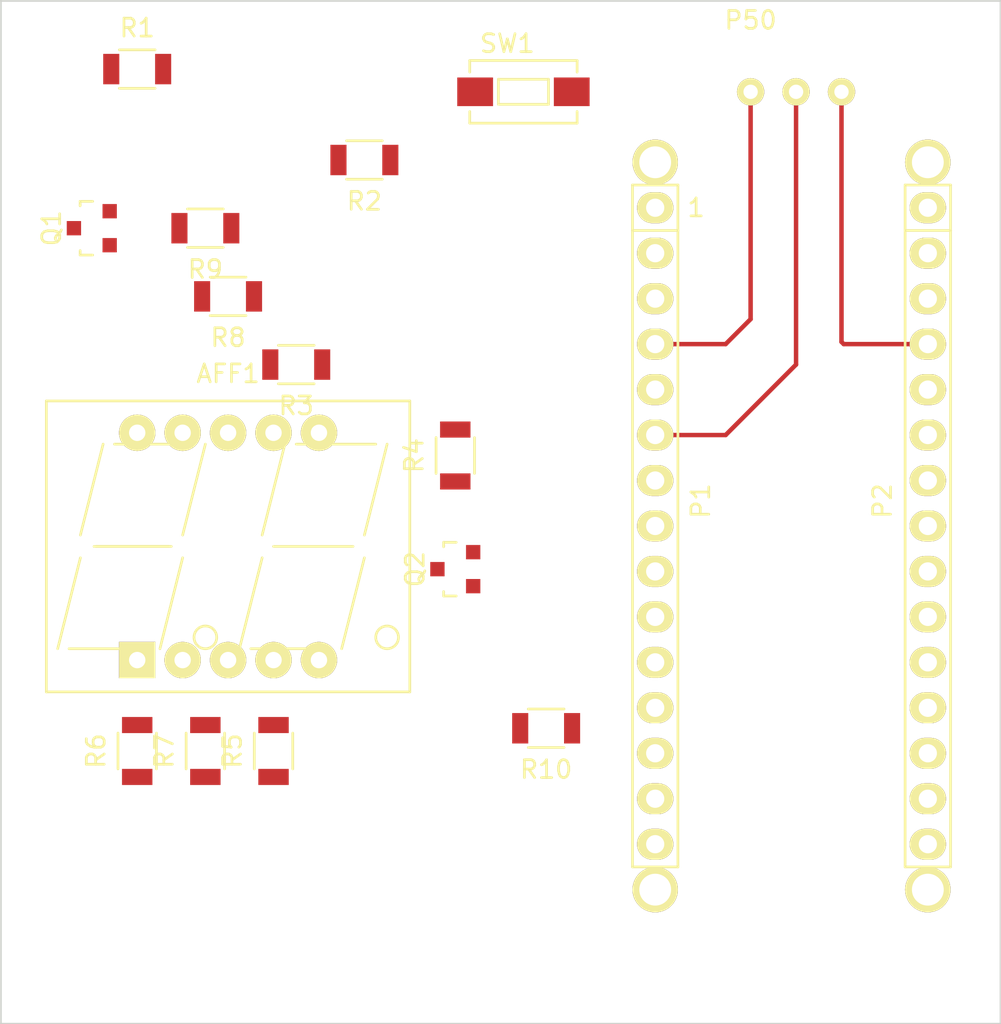
<source format=kicad_pcb>
(kicad_pcb (version 4) (host pcbnew 4.0.2-4+6225~38~ubuntu14.04.1-stable)

  (general
    (links 32)
    (no_connects 29)
    (area 102.819999 59.639999 158.800001 116.890001)
    (thickness 1.6)
    (drawings 21)
    (tracks 12)
    (zones 0)
    (modules 21)
    (nets 44)
  )

  (page A4)
  (title_block
    (date "jeu. 02 avril 2015")
  )

  (layers
    (0 F.Cu signal)
    (31 B.Cu signal)
    (32 B.Adhes user)
    (33 F.Adhes user)
    (34 B.Paste user)
    (35 F.Paste user)
    (36 B.SilkS user)
    (37 F.SilkS user)
    (38 B.Mask user)
    (39 F.Mask user)
    (40 Dwgs.User user)
    (41 Cmts.User user)
    (42 Eco1.User user)
    (43 Eco2.User user)
    (44 Edge.Cuts user)
    (45 Margin user)
    (46 B.CrtYd user)
    (47 F.CrtYd user)
    (48 B.Fab user)
    (49 F.Fab user)
  )

  (setup
    (last_trace_width 0.25)
    (trace_clearance 0.2)
    (zone_clearance 0.508)
    (zone_45_only yes)
    (trace_min 0.2)
    (segment_width 0.15)
    (edge_width 0.1)
    (via_size 0.6)
    (via_drill 0.4)
    (via_min_size 0.4)
    (via_min_drill 0.3)
    (uvia_size 0.3)
    (uvia_drill 0.1)
    (uvias_allowed no)
    (uvia_min_size 0.2)
    (uvia_min_drill 0.1)
    (pcb_text_width 0.3)
    (pcb_text_size 1.5 1.5)
    (mod_edge_width 0.15)
    (mod_text_size 1 1)
    (mod_text_width 0.15)
    (pad_size 1.5 1.5)
    (pad_drill 0.6)
    (pad_to_mask_clearance 0)
    (aux_axis_origin 138.176 110.617)
    (visible_elements FFFFEFFF)
    (pcbplotparams
      (layerselection 0x00030_80000001)
      (usegerberextensions false)
      (excludeedgelayer true)
      (linewidth 0.100000)
      (plotframeref false)
      (viasonmask false)
      (mode 1)
      (useauxorigin false)
      (hpglpennumber 1)
      (hpglpenspeed 20)
      (hpglpendiameter 15)
      (hpglpenoverlay 2)
      (psnegative false)
      (psa4output false)
      (plotreference true)
      (plotvalue true)
      (plotinvisibletext false)
      (padsonsilk false)
      (subtractmaskfromsilk false)
      (outputformat 1)
      (mirror false)
      (drillshape 0)
      (scaleselection 1)
      (outputdirectory /usr/local/workspace/schematics/Final/gerber/))
  )

  (net 0 "")
  (net 1 "/1(Tx)")
  (net 2 "/0(Rx)")
  (net 3 /Reset)
  (net 4 GND)
  (net 5 /2)
  (net 6 "/3(**)")
  (net 7 /4)
  (net 8 "/5(**)")
  (net 9 "/6(**)")
  (net 10 /7)
  (net 11 /8)
  (net 12 "/9(**)")
  (net 13 "/10(**/SS)")
  (net 14 "/11(**/MISO)")
  (net 15 "/12(MOSI)")
  (net 16 /Vin)
  (net 17 +5V)
  (net 18 /A7)
  (net 19 /A6)
  (net 20 /A5)
  (net 21 /A4)
  (net 22 /A3)
  (net 23 /A2)
  (net 24 /A1)
  (net 25 /A0)
  (net 26 /AREF)
  (net 27 "/13(SCK)")
  (net 28 "Net-(P4-Pad1)")
  (net 29 "Net-(P5-Pad1)")
  (net 30 "Net-(P6-Pad1)")
  (net 31 "Net-(AFF1-Pad1)")
  (net 32 "Net-(AFF1-Pad2)")
  (net 33 "Net-(AFF1-Pad3)")
  (net 34 "Net-(AFF1-Pad4)")
  (net 35 "Net-(AFF1-Pad9)")
  (net 36 "Net-(AFF1-Pad10)")
  (net 37 "Net-(AFF1-Pad5)")
  (net 38 "Net-(AFF1-Pad7)")
  (net 39 "Net-(AFF1-Pad6)")
  (net 40 "Net-(AFF1-Pad8)")
  (net 41 +3V3)
  (net 42 "Net-(Q1-Pad2)")
  (net 43 "Net-(Q2-Pad2)")

  (net_class Default "This is the default net class."
    (clearance 0.2)
    (trace_width 0.25)
    (via_dia 0.6)
    (via_drill 0.4)
    (uvia_dia 0.3)
    (uvia_drill 0.1)
    (add_net +3V3)
    (add_net +5V)
    (add_net "/0(Rx)")
    (add_net "/1(Tx)")
    (add_net "/10(**/SS)")
    (add_net "/11(**/MISO)")
    (add_net "/12(MOSI)")
    (add_net "/13(SCK)")
    (add_net /2)
    (add_net "/3(**)")
    (add_net /4)
    (add_net "/5(**)")
    (add_net "/6(**)")
    (add_net /7)
    (add_net /8)
    (add_net "/9(**)")
    (add_net /A0)
    (add_net /A1)
    (add_net /A2)
    (add_net /A3)
    (add_net /A4)
    (add_net /A5)
    (add_net /A6)
    (add_net /A7)
    (add_net /AREF)
    (add_net /Reset)
    (add_net /Vin)
    (add_net GND)
    (add_net "Net-(AFF1-Pad1)")
    (add_net "Net-(AFF1-Pad10)")
    (add_net "Net-(AFF1-Pad2)")
    (add_net "Net-(AFF1-Pad3)")
    (add_net "Net-(AFF1-Pad4)")
    (add_net "Net-(AFF1-Pad5)")
    (add_net "Net-(AFF1-Pad6)")
    (add_net "Net-(AFF1-Pad7)")
    (add_net "Net-(AFF1-Pad8)")
    (add_net "Net-(AFF1-Pad9)")
    (add_net "Net-(P4-Pad1)")
    (add_net "Net-(P5-Pad1)")
    (add_net "Net-(P6-Pad1)")
    (add_net "Net-(Q1-Pad2)")
    (add_net "Net-(Q2-Pad2)")
  )

  (module TO_SOT_Packages_THT:TO-92_Inline_Wide (layer F.Cu) (tedit 56DC3C94) (tstamp 56DCA0C6)
    (at 144.78 64.77)
    (descr "TO-92 leads in-line, wide, drill 0.8mm (see NXP sot054_po.pdf)")
    (tags "to-92 sc-43 sc-43a sot54 PA33 transistor")
    (path /56DC3C87)
    (fp_text reference P50 (at 0 -4 180) (layer F.SilkS)
      (effects (font (size 1 1) (thickness 0.15)))
    )
    (fp_text value REL_CONN (at 0 3) (layer F.Fab)
      (effects (font (size 1 1) (thickness 0.15)))
    )
    (fp_line (start -1 1.95) (end -1 -2.65) (layer F.CrtYd) (width 0.05))
    (fp_line (start -1 1.95) (end 6.1 1.95) (layer F.CrtYd) (width 0.05))
    (fp_line (start -1 -2.65) (end 6.1 -2.65) (layer F.CrtYd) (width 0.05))
    (fp_line (start 6.1 1.95) (end 6.1 -2.65) (layer F.CrtYd) (width 0.05))
    (pad 2 thru_hole circle (at 2.54 0 90) (size 1.524 1.524) (drill 0.8) (layers *.Cu *.Mask F.SilkS)
      (net 6 "/3(**)"))
    (pad 3 thru_hole circle (at 5.08 0 90) (size 1.524 1.524) (drill 0.8) (layers *.Cu *.Mask F.SilkS)
      (net 17 +5V))
    (pad 1 thru_hole circle (at 0 0 90) (size 1.524 1.524) (drill 0.8) (layers *.Cu *.Mask F.SilkS)
      (net 4 GND))
    (model TO_SOT_Packages_THT.3dshapes/TO-92_Inline_Wide.wrl
      (at (xyz 0.1 0 0))
      (scale (xyz 1 1 1))
      (rotate (xyz 0 0 -90))
    )
  )

  (module Socket_Arduino_Nano:Socket_Strip_Arduino_1x15 locked (layer F.Cu) (tedit 552169C6) (tstamp 551FC9D0)
    (at 139.446 71.247 270)
    (descr "Through hole socket strip")
    (tags "socket strip")
    (path /551D9496)
    (fp_text reference P1 (at 16.383 -2.54 270) (layer F.SilkS)
      (effects (font (size 1 1) (thickness 0.15)))
    )
    (fp_text value Digital (at 20.193 -2.54 270) (layer F.Fab)
      (effects (font (size 1 1) (thickness 0.15)))
    )
    (fp_line (start 1.27 -1.27) (end -1.27 -1.27) (layer F.SilkS) (width 0.15))
    (fp_line (start -1.27 -1.27) (end -1.27 1.27) (layer F.SilkS) (width 0.15))
    (fp_line (start -1.27 1.27) (end 1.27 1.27) (layer F.SilkS) (width 0.15))
    (fp_line (start -1.75 -1.75) (end -1.75 1.75) (layer F.CrtYd) (width 0.05))
    (fp_line (start 37.35 -1.75) (end 37.35 1.75) (layer F.CrtYd) (width 0.05))
    (fp_line (start -1.75 -1.75) (end 37.35 -1.75) (layer F.CrtYd) (width 0.05))
    (fp_line (start -1.75 1.75) (end 37.35 1.75) (layer F.CrtYd) (width 0.05))
    (fp_line (start 1.27 -1.27) (end 36.83 -1.27) (layer F.SilkS) (width 0.15))
    (fp_line (start 36.83 -1.27) (end 36.83 1.27) (layer F.SilkS) (width 0.15))
    (fp_line (start 36.83 1.27) (end 1.27 1.27) (layer F.SilkS) (width 0.15))
    (fp_line (start 1.27 1.27) (end 1.27 -1.27) (layer F.SilkS) (width 0.15))
    (pad 1 thru_hole oval (at 0 0 270) (size 1.7272 2.032) (drill 1.016) (layers *.Cu *.Mask F.SilkS)
      (net 1 "/1(Tx)"))
    (pad 2 thru_hole oval (at 2.54 0 270) (size 1.7272 2.032) (drill 1.016) (layers *.Cu *.Mask F.SilkS)
      (net 2 "/0(Rx)"))
    (pad 3 thru_hole oval (at 5.08 0 270) (size 1.7272 2.032) (drill 1.016) (layers *.Cu *.Mask F.SilkS)
      (net 3 /Reset))
    (pad 4 thru_hole oval (at 7.62 0 270) (size 1.7272 2.032) (drill 1.016) (layers *.Cu *.Mask F.SilkS)
      (net 4 GND))
    (pad 5 thru_hole oval (at 10.16 0 270) (size 1.7272 2.032) (drill 1.016) (layers *.Cu *.Mask F.SilkS)
      (net 5 /2))
    (pad 6 thru_hole oval (at 12.7 0 270) (size 1.7272 2.032) (drill 1.016) (layers *.Cu *.Mask F.SilkS)
      (net 6 "/3(**)"))
    (pad 7 thru_hole oval (at 15.24 0 270) (size 1.7272 2.032) (drill 1.016) (layers *.Cu *.Mask F.SilkS)
      (net 7 /4))
    (pad 8 thru_hole oval (at 17.78 0 270) (size 1.7272 2.032) (drill 1.016) (layers *.Cu *.Mask F.SilkS)
      (net 8 "/5(**)"))
    (pad 9 thru_hole oval (at 20.32 0 270) (size 1.7272 2.032) (drill 1.016) (layers *.Cu *.Mask F.SilkS)
      (net 9 "/6(**)"))
    (pad 10 thru_hole oval (at 22.86 0 270) (size 1.7272 2.032) (drill 1.016) (layers *.Cu *.Mask F.SilkS)
      (net 10 /7))
    (pad 11 thru_hole oval (at 25.4 0 270) (size 1.7272 2.032) (drill 1.016) (layers *.Cu *.Mask F.SilkS)
      (net 11 /8))
    (pad 12 thru_hole oval (at 27.94 0 270) (size 1.7272 2.032) (drill 1.016) (layers *.Cu *.Mask F.SilkS)
      (net 12 "/9(**)"))
    (pad 13 thru_hole oval (at 30.48 0 270) (size 1.7272 2.032) (drill 1.016) (layers *.Cu *.Mask F.SilkS)
      (net 13 "/10(**/SS)"))
    (pad 14 thru_hole oval (at 33.02 0 270) (size 1.7272 2.032) (drill 1.016) (layers *.Cu *.Mask F.SilkS)
      (net 14 "/11(**/MISO)"))
    (pad 15 thru_hole oval (at 35.56 0 270) (size 1.7272 2.032) (drill 1.016) (layers *.Cu *.Mask F.SilkS)
      (net 15 "/12(MOSI)"))
    (model ${KIPRJMOD}/Socket_Arduino_Nano.3dshapes/Socket_header_Arduino_1x15.wrl
      (at (xyz 0.7 0 0))
      (scale (xyz 1 1 1))
      (rotate (xyz 0 0 180))
    )
  )

  (module Socket_Arduino_Nano:Socket_Strip_Arduino_1x15 locked (layer F.Cu) (tedit 552169D3) (tstamp 551FC9EE)
    (at 154.686 71.247 270)
    (descr "Through hole socket strip")
    (tags "socket strip")
    (path /551D94EF)
    (fp_text reference P2 (at 16.383 2.54 270) (layer F.SilkS)
      (effects (font (size 1 1) (thickness 0.15)))
    )
    (fp_text value Analog (at 20.193 2.54 270) (layer F.Fab)
      (effects (font (size 1 1) (thickness 0.15)))
    )
    (fp_line (start 1.27 -1.27) (end -1.27 -1.27) (layer F.SilkS) (width 0.15))
    (fp_line (start -1.27 -1.27) (end -1.27 1.27) (layer F.SilkS) (width 0.15))
    (fp_line (start -1.27 1.27) (end 1.27 1.27) (layer F.SilkS) (width 0.15))
    (fp_line (start -1.75 -1.75) (end -1.75 1.75) (layer F.CrtYd) (width 0.05))
    (fp_line (start 37.35 -1.75) (end 37.35 1.75) (layer F.CrtYd) (width 0.05))
    (fp_line (start -1.75 -1.75) (end 37.35 -1.75) (layer F.CrtYd) (width 0.05))
    (fp_line (start -1.75 1.75) (end 37.35 1.75) (layer F.CrtYd) (width 0.05))
    (fp_line (start 1.27 -1.27) (end 36.83 -1.27) (layer F.SilkS) (width 0.15))
    (fp_line (start 36.83 -1.27) (end 36.83 1.27) (layer F.SilkS) (width 0.15))
    (fp_line (start 36.83 1.27) (end 1.27 1.27) (layer F.SilkS) (width 0.15))
    (fp_line (start 1.27 1.27) (end 1.27 -1.27) (layer F.SilkS) (width 0.15))
    (pad 1 thru_hole oval (at 0 0 270) (size 1.7272 2.032) (drill 1.016) (layers *.Cu *.Mask F.SilkS)
      (net 16 /Vin))
    (pad 2 thru_hole oval (at 2.54 0 270) (size 1.7272 2.032) (drill 1.016) (layers *.Cu *.Mask F.SilkS)
      (net 4 GND))
    (pad 3 thru_hole oval (at 5.08 0 270) (size 1.7272 2.032) (drill 1.016) (layers *.Cu *.Mask F.SilkS)
      (net 3 /Reset))
    (pad 4 thru_hole oval (at 7.62 0 270) (size 1.7272 2.032) (drill 1.016) (layers *.Cu *.Mask F.SilkS)
      (net 17 +5V))
    (pad 5 thru_hole oval (at 10.16 0 270) (size 1.7272 2.032) (drill 1.016) (layers *.Cu *.Mask F.SilkS)
      (net 18 /A7))
    (pad 6 thru_hole oval (at 12.7 0 270) (size 1.7272 2.032) (drill 1.016) (layers *.Cu *.Mask F.SilkS)
      (net 19 /A6))
    (pad 7 thru_hole oval (at 15.24 0 270) (size 1.7272 2.032) (drill 1.016) (layers *.Cu *.Mask F.SilkS)
      (net 20 /A5))
    (pad 8 thru_hole oval (at 17.78 0 270) (size 1.7272 2.032) (drill 1.016) (layers *.Cu *.Mask F.SilkS)
      (net 21 /A4))
    (pad 9 thru_hole oval (at 20.32 0 270) (size 1.7272 2.032) (drill 1.016) (layers *.Cu *.Mask F.SilkS)
      (net 22 /A3))
    (pad 10 thru_hole oval (at 22.86 0 270) (size 1.7272 2.032) (drill 1.016) (layers *.Cu *.Mask F.SilkS)
      (net 23 /A2))
    (pad 11 thru_hole oval (at 25.4 0 270) (size 1.7272 2.032) (drill 1.016) (layers *.Cu *.Mask F.SilkS)
      (net 24 /A1))
    (pad 12 thru_hole oval (at 27.94 0 270) (size 1.7272 2.032) (drill 1.016) (layers *.Cu *.Mask F.SilkS)
      (net 25 /A0))
    (pad 13 thru_hole oval (at 30.48 0 270) (size 1.7272 2.032) (drill 1.016) (layers *.Cu *.Mask F.SilkS)
      (net 26 /AREF))
    (pad 14 thru_hole oval (at 33.02 0 270) (size 1.7272 2.032) (drill 1.016) (layers *.Cu *.Mask F.SilkS)
      (net 41 +3V3))
    (pad 15 thru_hole oval (at 35.56 0 270) (size 1.7272 2.032) (drill 1.016) (layers *.Cu *.Mask F.SilkS)
      (net 27 "/13(SCK)"))
    (model ${KIPRJMOD}/Socket_Arduino_Nano.3dshapes/Socket_header_Arduino_1x15.wrl
      (at (xyz 0.7 0 0))
      (scale (xyz 1 1 1))
      (rotate (xyz 0 0 180))
    )
  )

  (module Socket_Arduino_Nano:1pin_Nano locked (layer F.Cu) (tedit 5521156E) (tstamp 55211553)
    (at 139.446 68.707)
    (descr "module 1 pin (ou trou mecanique de percage)")
    (tags DEV)
    (path /56DC0A5C)
    (fp_text reference P3 (at 0 -2.032) (layer F.SilkS) hide
      (effects (font (size 1 1) (thickness 0.15)))
    )
    (fp_text value "CONN RELAY" (at 0 2.032) (layer F.Fab) hide
      (effects (font (size 1 1) (thickness 0.15)))
    )
    (pad 1 thru_hole circle (at 0 0) (size 2.54 2.54) (drill 1.778) (layers *.Cu *.Mask F.SilkS)
      (net 4 GND))
  )

  (module Socket_Arduino_Nano:1pin_Nano locked (layer F.Cu) (tedit 55211594) (tstamp 55211558)
    (at 139.446 109.347)
    (descr "module 1 pin (ou trou mecanique de percage)")
    (tags DEV)
    (path /551D9414)
    (fp_text reference P4 (at 0 -2.032) (layer F.SilkS) hide
      (effects (font (size 1 1) (thickness 0.15)))
    )
    (fp_text value CONN_1 (at 0 2.032) (layer F.Fab) hide
      (effects (font (size 1 1) (thickness 0.15)))
    )
    (pad 1 thru_hole circle (at 0 0) (size 2.54 2.54) (drill 1.778) (layers *.Cu *.Mask F.SilkS)
      (net 28 "Net-(P4-Pad1)"))
  )

  (module Socket_Arduino_Nano:1pin_Nano locked (layer F.Cu) (tedit 552115A5) (tstamp 5521155D)
    (at 154.686 109.347)
    (descr "module 1 pin (ou trou mecanique de percage)")
    (tags DEV)
    (path /551D9432)
    (fp_text reference P5 (at 0 -2.032) (layer F.SilkS) hide
      (effects (font (size 1 1) (thickness 0.15)))
    )
    (fp_text value CONN_1 (at 0 2.032) (layer F.Fab) hide
      (effects (font (size 1 1) (thickness 0.15)))
    )
    (pad 1 thru_hole circle (at 0 0) (size 2.54 2.54) (drill 1.778) (layers *.Cu *.Mask F.SilkS)
      (net 29 "Net-(P5-Pad1)"))
  )

  (module Socket_Arduino_Nano:1pin_Nano locked (layer F.Cu) (tedit 552115BD) (tstamp 55211562)
    (at 154.686 68.707)
    (descr "module 1 pin (ou trou mecanique de percage)")
    (tags DEV)
    (path /551D9466)
    (fp_text reference P6 (at 0 -2.032) (layer F.SilkS) hide
      (effects (font (size 1 1) (thickness 0.15)))
    )
    (fp_text value CONN_1 (at 0 2.032) (layer F.Fab) hide
      (effects (font (size 1 1) (thickness 0.15)))
    )
    (pad 1 thru_hole circle (at 0 0) (size 2.54 2.54) (drill 1.778) (layers *.Cu *.Mask F.SilkS)
      (net 30 "Net-(P6-Pad1)"))
  )

  (module Displays_7-Segment:ELD-426x (layer F.Cu) (tedit 0) (tstamp 56DC13F4)
    (at 115.57 90.17)
    (descr "7 segments display")
    (tags DISPLAY)
    (path /56DC033C)
    (fp_text reference AFF1 (at 0 -9.652) (layer F.SilkS)
      (effects (font (size 1 1) (thickness 0.15)))
    )
    (fp_text value ELD-426x (at 0 10.16) (layer F.Fab)
      (effects (font (size 1 1) (thickness 0.15)))
    )
    (fp_line (start -10.16 8.128) (end -10.16 -8.128) (layer F.SilkS) (width 0.15))
    (fp_line (start 10.16 -8.128) (end 10.16 8.128) (layer F.SilkS) (width 0.15))
    (fp_line (start -10.16 -8.128) (end 10.16 -8.128) (layer F.SilkS) (width 0.15))
    (fp_line (start -10.16 8.128) (end 10.16 8.128) (layer F.SilkS) (width 0.15))
    (fp_line (start -6.35 -5.715) (end -1.905 -5.715) (layer F.SilkS) (width 0.15))
    (fp_line (start -2.54 -0.635) (end -1.27 -5.715) (layer F.SilkS) (width 0.15))
    (fp_line (start -8.255 -0.635) (end -6.985 -5.715) (layer F.SilkS) (width 0.15))
    (fp_line (start -8.89 5.715) (end -4.445 5.715) (layer F.SilkS) (width 0.15))
    (fp_line (start -8.255 0.635) (end -9.525 5.715) (layer F.SilkS) (width 0.15))
    (fp_line (start -2.54 0.635) (end -3.81 5.715) (layer F.SilkS) (width 0.15))
    (fp_circle (center 8.89 5.08) (end 9.525 5.08) (layer F.SilkS) (width 0.15))
    (fp_line (start 3.81 -5.715) (end 8.255 -5.715) (layer F.SilkS) (width 0.15))
    (fp_line (start 1.27 5.715) (end 5.715 5.715) (layer F.SilkS) (width 0.15))
    (fp_line (start 7.62 0.635) (end 6.35 5.715) (layer F.SilkS) (width 0.15))
    (fp_line (start 0.635 5.715) (end 1.905 0.635) (layer F.SilkS) (width 0.15))
    (fp_line (start 7.62 -0.635) (end 8.89 -5.715) (layer F.SilkS) (width 0.15))
    (fp_line (start 1.905 -0.635) (end 3.175 -5.715) (layer F.SilkS) (width 0.15))
    (fp_line (start 2.54 0) (end 6.985 0) (layer F.SilkS) (width 0.15))
    (fp_line (start -7.366 0) (end -3.302 0) (layer F.SilkS) (width 0.15))
    (fp_circle (center -1.27 5.08) (end -0.635 5.08) (layer F.SilkS) (width 0.15))
    (fp_line (start -7.493 0) (end -3.175 0) (layer F.SilkS) (width 0.15))
    (pad 1 thru_hole rect (at -5.08 6.35) (size 2.032 2.032) (drill 0.9144) (layers *.Cu *.Mask F.SilkS)
      (net 31 "Net-(AFF1-Pad1)"))
    (pad 2 thru_hole circle (at -2.54 6.35) (size 2.032 2.032) (drill 0.9144) (layers *.Cu *.Mask F.SilkS)
      (net 32 "Net-(AFF1-Pad2)"))
    (pad 3 thru_hole circle (at 0 6.35) (size 2.032 2.032) (drill 0.9144) (layers *.Cu *.Mask F.SilkS)
      (net 33 "Net-(AFF1-Pad3)"))
    (pad 4 thru_hole circle (at 2.54 6.35) (size 2.032 2.032) (drill 0.9144) (layers *.Cu *.Mask F.SilkS)
      (net 34 "Net-(AFF1-Pad4)"))
    (pad 9 thru_hole circle (at -2.54 -6.35) (size 2.032 2.032) (drill 0.9144) (layers *.Cu *.Mask F.SilkS)
      (net 35 "Net-(AFF1-Pad9)"))
    (pad 10 thru_hole circle (at -5.08 -6.35) (size 2.032 2.032) (drill 0.9144) (layers *.Cu *.Mask F.SilkS)
      (net 36 "Net-(AFF1-Pad10)"))
    (pad 5 thru_hole circle (at 5.08 6.35) (size 2.032 2.032) (drill 0.9144) (layers *.Cu *.Mask F.SilkS)
      (net 37 "Net-(AFF1-Pad5)"))
    (pad 7 thru_hole circle (at 2.54 -6.35) (size 2.032 2.032) (drill 0.9144) (layers *.Cu *.Mask F.SilkS)
      (net 38 "Net-(AFF1-Pad7)"))
    (pad 6 thru_hole circle (at 5.08 -6.35) (size 2.032 2.032) (drill 0.9144) (layers *.Cu *.Mask F.SilkS)
      (net 39 "Net-(AFF1-Pad6)"))
    (pad 8 thru_hole circle (at 0 -6.35) (size 2.032 2.032) (drill 0.9144) (layers *.Cu *.Mask F.SilkS)
      (net 40 "Net-(AFF1-Pad8)"))
  )

  (module TO_SOT_Packages_SMD:SOT-23 (layer F.Cu) (tedit 553634F8) (tstamp 56DDEE8E)
    (at 107.95 72.39 90)
    (descr "SOT-23, Standard")
    (tags SOT-23)
    (path /56DC04E7)
    (attr smd)
    (fp_text reference Q1 (at 0 -2.25 90) (layer F.SilkS)
      (effects (font (size 1 1) (thickness 0.15)))
    )
    (fp_text value FMMT3906 (at 0 2.3 90) (layer F.Fab)
      (effects (font (size 1 1) (thickness 0.15)))
    )
    (fp_line (start -1.65 -1.6) (end 1.65 -1.6) (layer F.CrtYd) (width 0.05))
    (fp_line (start 1.65 -1.6) (end 1.65 1.6) (layer F.CrtYd) (width 0.05))
    (fp_line (start 1.65 1.6) (end -1.65 1.6) (layer F.CrtYd) (width 0.05))
    (fp_line (start -1.65 1.6) (end -1.65 -1.6) (layer F.CrtYd) (width 0.05))
    (fp_line (start 1.29916 -0.65024) (end 1.2509 -0.65024) (layer F.SilkS) (width 0.15))
    (fp_line (start -1.49982 0.0508) (end -1.49982 -0.65024) (layer F.SilkS) (width 0.15))
    (fp_line (start -1.49982 -0.65024) (end -1.2509 -0.65024) (layer F.SilkS) (width 0.15))
    (fp_line (start 1.29916 -0.65024) (end 1.49982 -0.65024) (layer F.SilkS) (width 0.15))
    (fp_line (start 1.49982 -0.65024) (end 1.49982 0.0508) (layer F.SilkS) (width 0.15))
    (pad 1 smd rect (at -0.95 1.00076 90) (size 0.8001 0.8001) (layers F.Cu F.Paste F.Mask)
      (net 17 +5V))
    (pad 2 smd rect (at 0.95 1.00076 90) (size 0.8001 0.8001) (layers F.Cu F.Paste F.Mask)
      (net 42 "Net-(Q1-Pad2)"))
    (pad 3 smd rect (at 0 -0.99822 90) (size 0.8001 0.8001) (layers F.Cu F.Paste F.Mask)
      (net 36 "Net-(AFF1-Pad10)"))
    (model TO_SOT_Packages_SMD.3dshapes/SOT-23.wrl
      (at (xyz 0 0 0))
      (scale (xyz 1 1 1))
      (rotate (xyz 0 0 0))
    )
  )

  (module TO_SOT_Packages_SMD:SOT-23 (layer F.Cu) (tedit 553634F8) (tstamp 56DDEE94)
    (at 128.27 91.44 90)
    (descr "SOT-23, Standard")
    (tags SOT-23)
    (path /56DC046A)
    (attr smd)
    (fp_text reference Q2 (at 0 -2.25 90) (layer F.SilkS)
      (effects (font (size 1 1) (thickness 0.15)))
    )
    (fp_text value FMMT3906 (at 0 2.3 90) (layer F.Fab)
      (effects (font (size 1 1) (thickness 0.15)))
    )
    (fp_line (start -1.65 -1.6) (end 1.65 -1.6) (layer F.CrtYd) (width 0.05))
    (fp_line (start 1.65 -1.6) (end 1.65 1.6) (layer F.CrtYd) (width 0.05))
    (fp_line (start 1.65 1.6) (end -1.65 1.6) (layer F.CrtYd) (width 0.05))
    (fp_line (start -1.65 1.6) (end -1.65 -1.6) (layer F.CrtYd) (width 0.05))
    (fp_line (start 1.29916 -0.65024) (end 1.2509 -0.65024) (layer F.SilkS) (width 0.15))
    (fp_line (start -1.49982 0.0508) (end -1.49982 -0.65024) (layer F.SilkS) (width 0.15))
    (fp_line (start -1.49982 -0.65024) (end -1.2509 -0.65024) (layer F.SilkS) (width 0.15))
    (fp_line (start 1.29916 -0.65024) (end 1.49982 -0.65024) (layer F.SilkS) (width 0.15))
    (fp_line (start 1.49982 -0.65024) (end 1.49982 0.0508) (layer F.SilkS) (width 0.15))
    (pad 1 smd rect (at -0.95 1.00076 90) (size 0.8001 0.8001) (layers F.Cu F.Paste F.Mask)
      (net 17 +5V))
    (pad 2 smd rect (at 0.95 1.00076 90) (size 0.8001 0.8001) (layers F.Cu F.Paste F.Mask)
      (net 43 "Net-(Q2-Pad2)"))
    (pad 3 smd rect (at 0 -0.99822 90) (size 0.8001 0.8001) (layers F.Cu F.Paste F.Mask)
      (net 37 "Net-(AFF1-Pad5)"))
    (model TO_SOT_Packages_SMD.3dshapes/SOT-23.wrl
      (at (xyz 0 0 0))
      (scale (xyz 1 1 1))
      (rotate (xyz 0 0 0))
    )
  )

  (module Resistors_SMD:R_1206 (layer F.Cu) (tedit 5415CFA7) (tstamp 56DDEE9A)
    (at 110.49 63.5)
    (descr "Resistor SMD 1206, reflow soldering, Vishay (see dcrcw.pdf)")
    (tags "resistor 1206")
    (path /56DC0804)
    (attr smd)
    (fp_text reference R1 (at 0 -2.3) (layer F.SilkS)
      (effects (font (size 1 1) (thickness 0.15)))
    )
    (fp_text value 1KOhm (at 0 2.3) (layer F.Fab)
      (effects (font (size 1 1) (thickness 0.15)))
    )
    (fp_line (start -2.2 -1.2) (end 2.2 -1.2) (layer F.CrtYd) (width 0.05))
    (fp_line (start -2.2 1.2) (end 2.2 1.2) (layer F.CrtYd) (width 0.05))
    (fp_line (start -2.2 -1.2) (end -2.2 1.2) (layer F.CrtYd) (width 0.05))
    (fp_line (start 2.2 -1.2) (end 2.2 1.2) (layer F.CrtYd) (width 0.05))
    (fp_line (start 1 1.075) (end -1 1.075) (layer F.SilkS) (width 0.15))
    (fp_line (start -1 -1.075) (end 1 -1.075) (layer F.SilkS) (width 0.15))
    (pad 1 smd rect (at -1.45 0) (size 0.9 1.7) (layers F.Cu F.Paste F.Mask)
      (net 17 +5V))
    (pad 2 smd rect (at 1.45 0) (size 0.9 1.7) (layers F.Cu F.Paste F.Mask)
      (net 5 /2))
    (model Resistors_SMD.3dshapes/R_1206.wrl
      (at (xyz 0 0 0))
      (scale (xyz 1 1 1))
      (rotate (xyz 0 0 0))
    )
  )

  (module Resistors_SMD:R_1206 (layer F.Cu) (tedit 5415CFA7) (tstamp 56DDEE9F)
    (at 123.19 68.58 180)
    (descr "Resistor SMD 1206, reflow soldering, Vishay (see dcrcw.pdf)")
    (tags "resistor 1206")
    (path /56DC07F6)
    (attr smd)
    (fp_text reference R2 (at 0 -2.3 180) (layer F.SilkS)
      (effects (font (size 1 1) (thickness 0.15)))
    )
    (fp_text value 100 (at 0 2.3 180) (layer F.Fab)
      (effects (font (size 1 1) (thickness 0.15)))
    )
    (fp_line (start -2.2 -1.2) (end 2.2 -1.2) (layer F.CrtYd) (width 0.05))
    (fp_line (start -2.2 1.2) (end 2.2 1.2) (layer F.CrtYd) (width 0.05))
    (fp_line (start -2.2 -1.2) (end -2.2 1.2) (layer F.CrtYd) (width 0.05))
    (fp_line (start 2.2 -1.2) (end 2.2 1.2) (layer F.CrtYd) (width 0.05))
    (fp_line (start 1 1.075) (end -1 1.075) (layer F.SilkS) (width 0.15))
    (fp_line (start -1 -1.075) (end 1 -1.075) (layer F.SilkS) (width 0.15))
    (pad 1 smd rect (at -1.45 0 180) (size 0.9 1.7) (layers F.Cu F.Paste F.Mask)
      (net 7 /4))
    (pad 2 smd rect (at 1.45 0 180) (size 0.9 1.7) (layers F.Cu F.Paste F.Mask)
      (net 42 "Net-(Q1-Pad2)"))
    (model Resistors_SMD.3dshapes/R_1206.wrl
      (at (xyz 0 0 0))
      (scale (xyz 1 1 1))
      (rotate (xyz 0 0 0))
    )
  )

  (module Resistors_SMD:R_1206 (layer F.Cu) (tedit 5415CFA7) (tstamp 56DDEEA4)
    (at 119.38 80.01 180)
    (descr "Resistor SMD 1206, reflow soldering, Vishay (see dcrcw.pdf)")
    (tags "resistor 1206")
    (path /56DC06A1)
    (attr smd)
    (fp_text reference R3 (at 0 -2.3 180) (layer F.SilkS)
      (effects (font (size 1 1) (thickness 0.15)))
    )
    (fp_text value 100 (at 0 2.3 180) (layer F.Fab)
      (effects (font (size 1 1) (thickness 0.15)))
    )
    (fp_line (start -2.2 -1.2) (end 2.2 -1.2) (layer F.CrtYd) (width 0.05))
    (fp_line (start -2.2 1.2) (end 2.2 1.2) (layer F.CrtYd) (width 0.05))
    (fp_line (start -2.2 -1.2) (end -2.2 1.2) (layer F.CrtYd) (width 0.05))
    (fp_line (start 2.2 -1.2) (end 2.2 1.2) (layer F.CrtYd) (width 0.05))
    (fp_line (start 1 1.075) (end -1 1.075) (layer F.SilkS) (width 0.15))
    (fp_line (start -1 -1.075) (end 1 -1.075) (layer F.SilkS) (width 0.15))
    (pad 1 smd rect (at -1.45 0 180) (size 0.9 1.7) (layers F.Cu F.Paste F.Mask)
      (net 10 /7))
    (pad 2 smd rect (at 1.45 0 180) (size 0.9 1.7) (layers F.Cu F.Paste F.Mask)
      (net 38 "Net-(AFF1-Pad7)"))
    (model Resistors_SMD.3dshapes/R_1206.wrl
      (at (xyz 0 0 0))
      (scale (xyz 1 1 1))
      (rotate (xyz 0 0 0))
    )
  )

  (module Resistors_SMD:R_1206 (layer F.Cu) (tedit 5415CFA7) (tstamp 56DDEEA9)
    (at 128.27 85.09 90)
    (descr "Resistor SMD 1206, reflow soldering, Vishay (see dcrcw.pdf)")
    (tags "resistor 1206")
    (path /56DC0786)
    (attr smd)
    (fp_text reference R4 (at 0 -2.3 90) (layer F.SilkS)
      (effects (font (size 1 1) (thickness 0.15)))
    )
    (fp_text value 100 (at 0 2.3 90) (layer F.Fab)
      (effects (font (size 1 1) (thickness 0.15)))
    )
    (fp_line (start -2.2 -1.2) (end 2.2 -1.2) (layer F.CrtYd) (width 0.05))
    (fp_line (start -2.2 1.2) (end 2.2 1.2) (layer F.CrtYd) (width 0.05))
    (fp_line (start -2.2 -1.2) (end -2.2 1.2) (layer F.CrtYd) (width 0.05))
    (fp_line (start 2.2 -1.2) (end 2.2 1.2) (layer F.CrtYd) (width 0.05))
    (fp_line (start 1 1.075) (end -1 1.075) (layer F.SilkS) (width 0.15))
    (fp_line (start -1 -1.075) (end 1 -1.075) (layer F.SilkS) (width 0.15))
    (pad 1 smd rect (at -1.45 0 90) (size 0.9 1.7) (layers F.Cu F.Paste F.Mask)
      (net 11 /8))
    (pad 2 smd rect (at 1.45 0 90) (size 0.9 1.7) (layers F.Cu F.Paste F.Mask)
      (net 39 "Net-(AFF1-Pad6)"))
    (model Resistors_SMD.3dshapes/R_1206.wrl
      (at (xyz 0 0 0))
      (scale (xyz 1 1 1))
      (rotate (xyz 0 0 0))
    )
  )

  (module Resistors_SMD:R_1206 (layer F.Cu) (tedit 5415CFA7) (tstamp 56DDEEAE)
    (at 118.11 101.6 90)
    (descr "Resistor SMD 1206, reflow soldering, Vishay (see dcrcw.pdf)")
    (tags "resistor 1206")
    (path /56DC07A4)
    (attr smd)
    (fp_text reference R5 (at 0 -2.3 90) (layer F.SilkS)
      (effects (font (size 1 1) (thickness 0.15)))
    )
    (fp_text value 100 (at 0 2.3 90) (layer F.Fab)
      (effects (font (size 1 1) (thickness 0.15)))
    )
    (fp_line (start -2.2 -1.2) (end 2.2 -1.2) (layer F.CrtYd) (width 0.05))
    (fp_line (start -2.2 1.2) (end 2.2 1.2) (layer F.CrtYd) (width 0.05))
    (fp_line (start -2.2 -1.2) (end -2.2 1.2) (layer F.CrtYd) (width 0.05))
    (fp_line (start 2.2 -1.2) (end 2.2 1.2) (layer F.CrtYd) (width 0.05))
    (fp_line (start 1 1.075) (end -1 1.075) (layer F.SilkS) (width 0.15))
    (fp_line (start -1 -1.075) (end 1 -1.075) (layer F.SilkS) (width 0.15))
    (pad 1 smd rect (at -1.45 0 90) (size 0.9 1.7) (layers F.Cu F.Paste F.Mask)
      (net 13 "/10(**/SS)"))
    (pad 2 smd rect (at 1.45 0 90) (size 0.9 1.7) (layers F.Cu F.Paste F.Mask)
      (net 34 "Net-(AFF1-Pad4)"))
    (model Resistors_SMD.3dshapes/R_1206.wrl
      (at (xyz 0 0 0))
      (scale (xyz 1 1 1))
      (rotate (xyz 0 0 0))
    )
  )

  (module Resistors_SMD:R_1206 (layer F.Cu) (tedit 5415CFA7) (tstamp 56DDEEB3)
    (at 110.49 101.6 90)
    (descr "Resistor SMD 1206, reflow soldering, Vishay (see dcrcw.pdf)")
    (tags "resistor 1206")
    (path /56DC07AA)
    (attr smd)
    (fp_text reference R6 (at 0 -2.3 90) (layer F.SilkS)
      (effects (font (size 1 1) (thickness 0.15)))
    )
    (fp_text value 100 (at 0 2.3 90) (layer F.Fab)
      (effects (font (size 1 1) (thickness 0.15)))
    )
    (fp_line (start -2.2 -1.2) (end 2.2 -1.2) (layer F.CrtYd) (width 0.05))
    (fp_line (start -2.2 1.2) (end 2.2 1.2) (layer F.CrtYd) (width 0.05))
    (fp_line (start -2.2 -1.2) (end -2.2 1.2) (layer F.CrtYd) (width 0.05))
    (fp_line (start 2.2 -1.2) (end 2.2 1.2) (layer F.CrtYd) (width 0.05))
    (fp_line (start 1 1.075) (end -1 1.075) (layer F.SilkS) (width 0.15))
    (fp_line (start -1 -1.075) (end 1 -1.075) (layer F.SilkS) (width 0.15))
    (pad 1 smd rect (at -1.45 0 90) (size 0.9 1.7) (layers F.Cu F.Paste F.Mask)
      (net 15 "/12(MOSI)"))
    (pad 2 smd rect (at 1.45 0 90) (size 0.9 1.7) (layers F.Cu F.Paste F.Mask)
      (net 31 "Net-(AFF1-Pad1)"))
    (model Resistors_SMD.3dshapes/R_1206.wrl
      (at (xyz 0 0 0))
      (scale (xyz 1 1 1))
      (rotate (xyz 0 0 0))
    )
  )

  (module Resistors_SMD:R_1206 (layer F.Cu) (tedit 5415CFA7) (tstamp 56DDEEB8)
    (at 114.3 101.6 90)
    (descr "Resistor SMD 1206, reflow soldering, Vishay (see dcrcw.pdf)")
    (tags "resistor 1206")
    (path /56DC07BC)
    (attr smd)
    (fp_text reference R7 (at 0 -2.3 90) (layer F.SilkS)
      (effects (font (size 1 1) (thickness 0.15)))
    )
    (fp_text value 100 (at 0 2.3 90) (layer F.Fab)
      (effects (font (size 1 1) (thickness 0.15)))
    )
    (fp_line (start -2.2 -1.2) (end 2.2 -1.2) (layer F.CrtYd) (width 0.05))
    (fp_line (start -2.2 1.2) (end 2.2 1.2) (layer F.CrtYd) (width 0.05))
    (fp_line (start -2.2 -1.2) (end -2.2 1.2) (layer F.CrtYd) (width 0.05))
    (fp_line (start 2.2 -1.2) (end 2.2 1.2) (layer F.CrtYd) (width 0.05))
    (fp_line (start 1 1.075) (end -1 1.075) (layer F.SilkS) (width 0.15))
    (fp_line (start -1 -1.075) (end 1 -1.075) (layer F.SilkS) (width 0.15))
    (pad 1 smd rect (at -1.45 0 90) (size 0.9 1.7) (layers F.Cu F.Paste F.Mask)
      (net 14 "/11(**/MISO)"))
    (pad 2 smd rect (at 1.45 0 90) (size 0.9 1.7) (layers F.Cu F.Paste F.Mask)
      (net 33 "Net-(AFF1-Pad3)"))
    (model Resistors_SMD.3dshapes/R_1206.wrl
      (at (xyz 0 0 0))
      (scale (xyz 1 1 1))
      (rotate (xyz 0 0 0))
    )
  )

  (module Resistors_SMD:R_1206 (layer F.Cu) (tedit 5415CFA7) (tstamp 56DDEEBD)
    (at 115.57 76.2 180)
    (descr "Resistor SMD 1206, reflow soldering, Vishay (see dcrcw.pdf)")
    (tags "resistor 1206")
    (path /56DC07C2)
    (attr smd)
    (fp_text reference R8 (at 0 -2.3 180) (layer F.SilkS)
      (effects (font (size 1 1) (thickness 0.15)))
    )
    (fp_text value 100 (at 0 2.3 180) (layer F.Fab)
      (effects (font (size 1 1) (thickness 0.15)))
    )
    (fp_line (start -2.2 -1.2) (end 2.2 -1.2) (layer F.CrtYd) (width 0.05))
    (fp_line (start -2.2 1.2) (end 2.2 1.2) (layer F.CrtYd) (width 0.05))
    (fp_line (start -2.2 -1.2) (end -2.2 1.2) (layer F.CrtYd) (width 0.05))
    (fp_line (start 2.2 -1.2) (end 2.2 1.2) (layer F.CrtYd) (width 0.05))
    (fp_line (start 1 1.075) (end -1 1.075) (layer F.SilkS) (width 0.15))
    (fp_line (start -1 -1.075) (end 1 -1.075) (layer F.SilkS) (width 0.15))
    (pad 1 smd rect (at -1.45 0 180) (size 0.9 1.7) (layers F.Cu F.Paste F.Mask)
      (net 9 "/6(**)"))
    (pad 2 smd rect (at 1.45 0 180) (size 0.9 1.7) (layers F.Cu F.Paste F.Mask)
      (net 40 "Net-(AFF1-Pad8)"))
    (model Resistors_SMD.3dshapes/R_1206.wrl
      (at (xyz 0 0 0))
      (scale (xyz 1 1 1))
      (rotate (xyz 0 0 0))
    )
  )

  (module Resistors_SMD:R_1206 (layer F.Cu) (tedit 5415CFA7) (tstamp 56DDEEC2)
    (at 114.3 72.39 180)
    (descr "Resistor SMD 1206, reflow soldering, Vishay (see dcrcw.pdf)")
    (tags "resistor 1206")
    (path /56DC07C8)
    (attr smd)
    (fp_text reference R9 (at 0 -2.3 180) (layer F.SilkS)
      (effects (font (size 1 1) (thickness 0.15)))
    )
    (fp_text value 100 (at 0 2.3 180) (layer F.Fab)
      (effects (font (size 1 1) (thickness 0.15)))
    )
    (fp_line (start -2.2 -1.2) (end 2.2 -1.2) (layer F.CrtYd) (width 0.05))
    (fp_line (start -2.2 1.2) (end 2.2 1.2) (layer F.CrtYd) (width 0.05))
    (fp_line (start -2.2 -1.2) (end -2.2 1.2) (layer F.CrtYd) (width 0.05))
    (fp_line (start 2.2 -1.2) (end 2.2 1.2) (layer F.CrtYd) (width 0.05))
    (fp_line (start 1 1.075) (end -1 1.075) (layer F.SilkS) (width 0.15))
    (fp_line (start -1 -1.075) (end 1 -1.075) (layer F.SilkS) (width 0.15))
    (pad 1 smd rect (at -1.45 0 180) (size 0.9 1.7) (layers F.Cu F.Paste F.Mask)
      (net 8 "/5(**)"))
    (pad 2 smd rect (at 1.45 0 180) (size 0.9 1.7) (layers F.Cu F.Paste F.Mask)
      (net 35 "Net-(AFF1-Pad9)"))
    (model Resistors_SMD.3dshapes/R_1206.wrl
      (at (xyz 0 0 0))
      (scale (xyz 1 1 1))
      (rotate (xyz 0 0 0))
    )
  )

  (module Resistors_SMD:R_1206 (layer F.Cu) (tedit 5415CFA7) (tstamp 56DDEEC7)
    (at 133.35 100.33 180)
    (descr "Resistor SMD 1206, reflow soldering, Vishay (see dcrcw.pdf)")
    (tags "resistor 1206")
    (path /56DC07CE)
    (attr smd)
    (fp_text reference R10 (at 0 -2.3 180) (layer F.SilkS)
      (effects (font (size 1 1) (thickness 0.15)))
    )
    (fp_text value 100 (at 0 2.3 180) (layer F.Fab)
      (effects (font (size 1 1) (thickness 0.15)))
    )
    (fp_line (start -2.2 -1.2) (end 2.2 -1.2) (layer F.CrtYd) (width 0.05))
    (fp_line (start -2.2 1.2) (end 2.2 1.2) (layer F.CrtYd) (width 0.05))
    (fp_line (start -2.2 -1.2) (end -2.2 1.2) (layer F.CrtYd) (width 0.05))
    (fp_line (start 2.2 -1.2) (end 2.2 1.2) (layer F.CrtYd) (width 0.05))
    (fp_line (start 1 1.075) (end -1 1.075) (layer F.SilkS) (width 0.15))
    (fp_line (start -1 -1.075) (end 1 -1.075) (layer F.SilkS) (width 0.15))
    (pad 1 smd rect (at -1.45 0 180) (size 0.9 1.7) (layers F.Cu F.Paste F.Mask)
      (net 12 "/9(**)"))
    (pad 2 smd rect (at 1.45 0 180) (size 0.9 1.7) (layers F.Cu F.Paste F.Mask)
      (net 43 "Net-(Q2-Pad2)"))
    (model Resistors_SMD.3dshapes/R_1206.wrl
      (at (xyz 0 0 0))
      (scale (xyz 1 1 1))
      (rotate (xyz 0 0 0))
    )
  )

  (module Buttons_Switches_SMD:SW_SPST_EVQPE1 (layer F.Cu) (tedit 55DB43C0) (tstamp 56DDEECC)
    (at 132.08 64.77)
    (descr "Light Touch Switch")
    (path /56DC0530)
    (attr smd)
    (fp_text reference SW1 (at -0.9 -2.7) (layer F.SilkS)
      (effects (font (size 1 1) (thickness 0.15)))
    )
    (fp_text value SW_PUSH (at 0 0) (layer F.Fab)
      (effects (font (size 1 1) (thickness 0.15)))
    )
    (fp_line (start -1.4 -0.7) (end 1.4 -0.7) (layer F.SilkS) (width 0.15))
    (fp_line (start 1.4 -0.7) (end 1.4 0.7) (layer F.SilkS) (width 0.15))
    (fp_line (start 1.4 0.7) (end -1.4 0.7) (layer F.SilkS) (width 0.15))
    (fp_line (start -1.4 0.7) (end -1.4 -0.7) (layer F.SilkS) (width 0.15))
    (fp_line (start -3.95 -2) (end 3.95 -2) (layer F.CrtYd) (width 0.05))
    (fp_line (start 3.95 -2) (end 3.95 2) (layer F.CrtYd) (width 0.05))
    (fp_line (start 3.95 2) (end -3.95 2) (layer F.CrtYd) (width 0.05))
    (fp_line (start -3.95 2) (end -3.95 -2) (layer F.CrtYd) (width 0.05))
    (fp_line (start 3 -1.75) (end 3 -1.1) (layer F.SilkS) (width 0.15))
    (fp_line (start 3 1.75) (end 3 1.1) (layer F.SilkS) (width 0.15))
    (fp_line (start -3 1.1) (end -3 1.75) (layer F.SilkS) (width 0.15))
    (fp_line (start -3 -1.75) (end -3 -1.1) (layer F.SilkS) (width 0.15))
    (fp_line (start 3 -1.75) (end -3 -1.75) (layer F.SilkS) (width 0.15))
    (fp_line (start -3 1.75) (end 3 1.75) (layer F.SilkS) (width 0.15))
    (pad 2 smd rect (at 2.7 0) (size 2 1.6) (layers F.Cu F.Paste F.Mask)
      (net 4 GND))
    (pad 1 smd rect (at -2.7 0) (size 2 1.6) (layers F.Cu F.Paste F.Mask)
      (net 5 /2))
  )

  (gr_text Arduino (at 147.32 97.79) (layer Cmts.User)
    (effects (font (size 1.5 1.5) (thickness 0.3)))
  )
  (gr_line (start 102.87 116.84) (end 102.87 59.69) (angle 90) (layer Edge.Cuts) (width 0.1))
  (gr_line (start 158.75 116.84) (end 102.87 116.84) (angle 90) (layer Edge.Cuts) (width 0.1))
  (gr_line (start 158.75 59.69) (end 158.75 116.84) (angle 90) (layer Edge.Cuts) (width 0.1))
  (gr_line (start 102.87 59.69) (end 158.75 59.69) (angle 90) (layer Edge.Cuts) (width 0.1))
  (gr_text 1 (at 141.732 71.247) (layer F.SilkS)
    (effects (font (size 1 1) (thickness 0.15)))
  )
  (gr_line (start 150.622 112.522) (end 150.622 110.617) (angle 90) (layer Dwgs.User) (width 0.15))
  (gr_line (start 150.622 102.997) (end 150.622 110.617) (angle 90) (layer Dwgs.User) (width 0.15))
  (gr_line (start 143.51 102.997) (end 150.622 102.997) (angle 90) (layer Dwgs.User) (width 0.15))
  (gr_line (start 143.51 110.617) (end 143.51 102.997) (angle 90) (layer Dwgs.User) (width 0.15))
  (gr_line (start 143.51 112.522) (end 150.622 112.522) (angle 90) (layer Dwgs.User) (width 0.15))
  (gr_line (start 143.51 110.617) (end 143.51 112.522) (angle 90) (layer Dwgs.User) (width 0.15))
  (gr_line (start 145.542 87.757) (end 145.542 85.217) (angle 90) (layer Dwgs.User) (width 0.15))
  (gr_line (start 149.479 87.757) (end 145.542 87.757) (angle 90) (layer Dwgs.User) (width 0.15))
  (gr_line (start 149.479 85.217) (end 149.479 87.757) (angle 90) (layer Dwgs.User) (width 0.15))
  (gr_line (start 145.542 85.217) (end 149.479 85.217) (angle 90) (layer Dwgs.User) (width 0.15))
  (gr_circle (center 147.574 86.487) (end 146.812 86.487) (layer Dwgs.User) (width 0.15))
  (gr_line (start 150.876 67.437) (end 143.256 67.437) (angle 90) (layer Dwgs.User) (width 0.15))
  (gr_line (start 150.876 72.517) (end 150.876 67.437) (angle 90) (layer Dwgs.User) (width 0.15))
  (gr_line (start 143.256 72.517) (end 150.876 72.517) (angle 90) (layer Dwgs.User) (width 0.15))
  (gr_line (start 143.256 67.437) (end 143.256 72.517) (angle 90) (layer Dwgs.User) (width 0.15))

  (segment (start 139.446 78.867) (end 143.383 78.867) (width 0.25) (layer F.Cu) (net 4))
  (segment (start 144.78 77.47) (end 144.78 64.77) (width 0.25) (layer F.Cu) (net 4) (tstamp 56DDF335))
  (segment (start 143.383 78.867) (end 144.78 77.47) (width 0.25) (layer F.Cu) (net 4) (tstamp 56DDF331))
  (segment (start 139.446 78.867) (end 139.446 78.486) (width 0.25) (layer F.Cu) (net 4))
  (segment (start 139.446 83.947) (end 143.383 83.947) (width 0.25) (layer F.Cu) (net 6))
  (segment (start 147.32 80.01) (end 147.32 64.77) (width 0.25) (layer F.Cu) (net 6) (tstamp 56DCA0DF))
  (segment (start 143.383 83.947) (end 147.32 80.01) (width 0.25) (layer F.Cu) (net 6) (tstamp 56DCA0DE))
  (segment (start 139.319 88.9) (end 139.446 89.027) (width 0.25) (layer F.Cu) (net 8) (tstamp 56DC2528))
  (segment (start 139.319 96.52) (end 139.446 96.647) (width 0.25) (layer F.Cu) (net 11) (tstamp 56DC24CB))
  (segment (start 154.686 78.867) (end 149.987 78.867) (width 0.25) (layer F.Cu) (net 17))
  (segment (start 149.86 78.74) (end 149.86 64.77) (width 0.25) (layer F.Cu) (net 17) (tstamp 56DCA197))
  (segment (start 149.987 78.867) (end 149.86 78.74) (width 0.25) (layer F.Cu) (net 17) (tstamp 56DCA196))

  (zone (net 4) (net_name GND) (layer F.Cu) (tstamp 56DCA19A) (hatch edge 0.508)
    (connect_pads (clearance 0.508))
    (min_thickness 0.254)
    (fill (arc_segments 16) (thermal_gap 0.508) (thermal_bridge_width 0.508))
    (polygon
      (pts
        (xy 157.48 115.57) (xy 104.14 115.57) (xy 104.14 60.96) (xy 157.48 60.96) (xy 157.48 115.57)
      )
    )
  )
)

</source>
